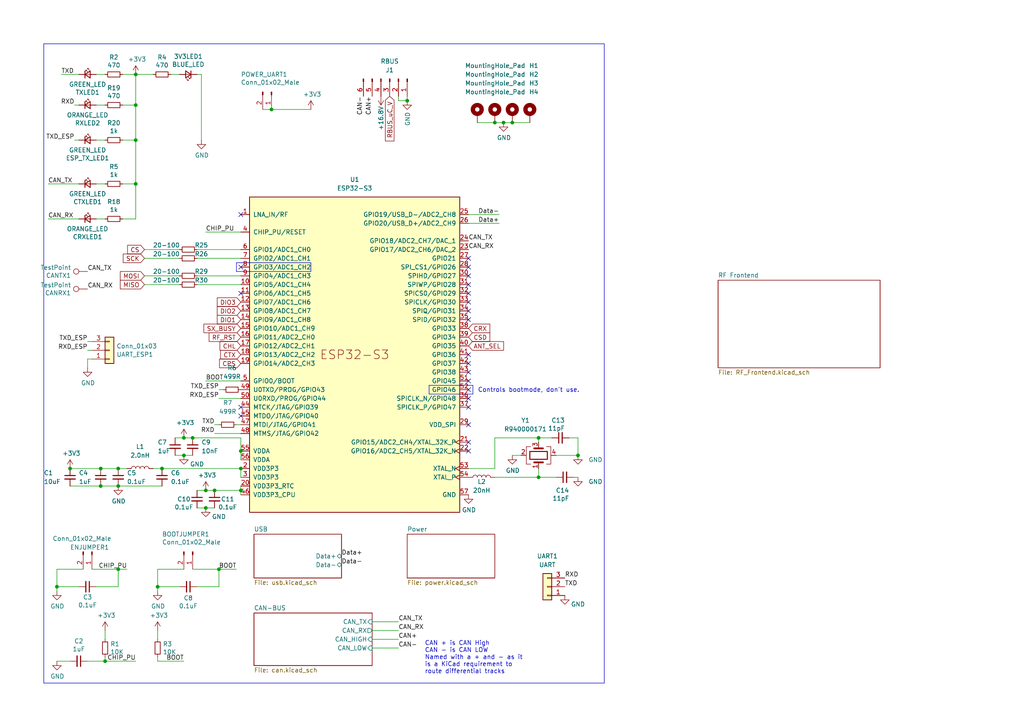
<source format=kicad_sch>
(kicad_sch (version 20250114) (generator "eeschema") (generator_version "9.0")
  (paper "A4")
  (lib_symbols
    (symbol "Connector:Conn_01x02_Male" (pin_names (offset 1.016) (hide yes))
      (property "Reference" "J" (at 0 2.54 0))
      (property "Value" "Conn_01x02_Male" (at 0 -5.08 0))
      (symbol "Conn_01x02_Male_1_1"
        (rectangle (start 0.8636 0.127) (end 0 -0.127) (stroke (width 0.1524)) (fill (type outline)))
        (rectangle (start 0.8636 -2.413) (end 0 -2.667) (stroke (width 0.1524)) (fill (type outline)))
        (polyline (pts (xy 1.27 0) (xy 0.8636 0)) (stroke (width 0.1524)))
        (polyline (pts (xy 1.27 -2.54) (xy 0.8636 -2.54)) (stroke (width 0.1524)))
        (pin passive line (at 5.08 0 180) (length 3.81) (name "Pin_1") (number "1"))
        (pin passive line (at 5.08 -2.54 180) (length 3.81) (name "Pin_2") (number "2"))
      )
    )
    (symbol "Connector:Conn_01x06_Male" (pin_names (offset 1.016) (hide yes))
      (property "Reference" "J" (at 0 7.62 0))
      (property "Value" "Conn_01x06_Male" (at 0 -10.16 0))
      (symbol "Conn_01x06_Male_1_1"
        (rectangle (start 0.8636 5.207) (end 0 4.953) (stroke (width 0.1524)) (fill (type outline)))
        (rectangle (start 0.8636 2.667) (end 0 2.413) (stroke (width 0.1524)) (fill (type outline)))
        (rectangle (start 0.8636 0.127) (end 0 -0.127) (stroke (width 0.1524)) (fill (type outline)))
        (rectangle (start 0.8636 -2.413) (end 0 -2.667) (stroke (width 0.1524)) (fill (type outline)))
        (rectangle (start 0.8636 -4.953) (end 0 -5.207) (stroke (width 0.1524)) (fill (type outline)))
        (rectangle (start 0.8636 -7.493) (end 0 -7.747) (stroke (width 0.1524)) (fill (type outline)))
        (polyline (pts (xy 1.27 5.08) (xy 0.8636 5.08)) (stroke (width 0.1524)))
        (polyline (pts (xy 1.27 2.54) (xy 0.8636 2.54)) (stroke (width 0.1524)))
        (polyline (pts (xy 1.27 0) (xy 0.8636 0)) (stroke (width 0.1524)))
        (polyline (pts (xy 1.27 -2.54) (xy 0.8636 -2.54)) (stroke (width 0.1524)))
        (polyline (pts (xy 1.27 -5.08) (xy 0.8636 -5.08)) (stroke (width 0.1524)))
        (polyline (pts (xy 1.27 -7.62) (xy 0.8636 -7.62)) (stroke (width 0.1524)))
        (pin passive line (at 5.08 5.08 180) (length 3.81) (name "Pin_1") (number "1"))
        (pin passive line (at 5.08 2.54 180) (length 3.81) (name "Pin_2") (number "2"))
        (pin passive line (at 5.08 0 180) (length 3.81) (name "Pin_3") (number "3"))
        (pin passive line (at 5.08 -2.54 180) (length 3.81) (name "Pin_4") (number "4"))
        (pin passive line (at 5.08 -5.08 180) (length 3.81) (name "Pin_5") (number "5"))
        (pin passive line (at 5.08 -7.62 180) (length 3.81) (name "Pin_6") (number "6"))
      )
    )
    (symbol "Connector:TestPoint" (pin_numbers (hide yes)) (pin_names (offset 0.762) (hide yes))
      (property "Reference" "TP" (at 0 6.858 0))
      (property "Value" "TestPoint" (at 0 5.08 0))
      (symbol "TestPoint_0_1"
        (circle (center 0 3.302) (radius 0.762))
      )
      (symbol "TestPoint_1_1"
        (pin passive line (at 0 0 90) (length 2.54) (name "1") (number "1"))
      )
    )
    (symbol "Connector_Generic:Conn_01x03" (pin_names (offset 1.016) (hide yes))
      (property "Reference" "J" (at 0 5.08 0))
      (property "Value" "Conn_01x03" (at 0 -5.08 0))
      (symbol "Conn_01x03_1_1"
        (rectangle (start -1.27 3.81) (end 1.27 -3.81) (stroke (width 0.254)) (fill (type background)))
        (rectangle (start -1.27 2.667) (end 0 2.413) (stroke (width 0.1524)))
        (rectangle (start -1.27 0.127) (end 0 -0.127) (stroke (width 0.1524)))
        (rectangle (start -1.27 -2.413) (end 0 -2.667) (stroke (width 0.1524)))
        (pin passive line (at -5.08 2.54 0) (length 3.81) (name "Pin_1") (number "1"))
        (pin passive line (at -5.08 0 0) (length 3.81) (name "Pin_2") (number "2"))
        (pin passive line (at -5.08 -2.54 0) (length 3.81) (name "Pin_3") (number "3"))
      )
    )
    (symbol "Device:C_Small" (pin_numbers (hide yes)) (pin_names (offset 0.254) (hide yes))
      (property "Reference" "C" (at 0.254 1.778 0))
      (property "Value" "C_Small" (at 0.254 -2.032 0))
      (symbol "C_Small_0_1"
        (polyline (pts (xy -1.524 0.508) (xy 1.524 0.508)) (stroke (width 0.3048)))
        (polyline (pts (xy -1.524 -0.508) (xy 1.524 -0.508)) (stroke (width 0.3302)))
      )
      (symbol "C_Small_1_1"
        (pin passive line (at 0 2.54 270) (length 2.032) (name "~") (number "1"))
        (pin passive line (at 0 -2.54 90) (length 2.032) (name "~") (number "2"))
      )
    )
    (symbol "Device:Crystal_GND24" (pin_names (offset 1.016) (hide yes))
      (property "Reference" "Y" (at 3.175 5.08 0))
      (property "Value" "Crystal_GND24" (at 3.175 3.175 0))
      (symbol "Crystal_GND24_0_1"
        (polyline (pts (xy -2.54 2.286) (xy -2.54 3.556) (xy 2.54 3.556) (xy 2.54 2.286)))
        (polyline (pts (xy -2.54 0) (xy -2.032 0)))
        (polyline (pts (xy -2.54 -2.286) (xy -2.54 -3.556) (xy 2.54 -3.556) (xy 2.54 -2.286)))
        (polyline (pts (xy -2.032 -1.27) (xy -2.032 1.27)) (stroke (width 0.508)))
        (rectangle (start -1.143 2.54) (end 1.143 -2.54) (stroke (width 0.3048)))
        (polyline (pts (xy 0 3.556) (xy 0 3.81)))
        (polyline (pts (xy 0 -3.81) (xy 0 -3.556)))
        (polyline (pts (xy 2.032 0) (xy 2.54 0)))
        (polyline (pts (xy 2.032 -1.27) (xy 2.032 1.27)) (stroke (width 0.508)))
      )
      (symbol "Crystal_GND24_1_1"
        (pin passive line (at -3.81 0 0) (length 1.27) (name "1") (number "1"))
        (pin passive line (at 0 5.08 270) (length 1.27) (name "2") (number "2"))
        (pin passive line (at 0 -5.08 90) (length 1.27) (name "4") (number "4"))
        (pin passive line (at 3.81 0 180) (length 1.27) (name "3") (number "3"))
      )
    )
    (symbol "Device:L" (pin_numbers (hide yes)) (pin_names (offset 1.016) (hide yes))
      (property "Reference" "L" (at -1.27 0 90))
      (property "Value" "L" (at 1.905 0 90))
      (symbol "L_0_1"
        (arc (start 0 2.54) (mid 0.6323 1.905) (end 0 1.27))
        (arc (start 0 1.27) (mid 0.6323 0.635) (end 0 0))
        (arc (start 0 0) (mid 0.6323 -0.635) (end 0 -1.27))
        (arc (start 0 -1.27) (mid 0.6323 -1.905) (end 0 -2.54))
      )
      (symbol "L_1_1"
        (pin passive line (at 0 3.81 270) (length 1.27) (name "1") (number "1"))
        (pin passive line (at 0 -3.81 90) (length 1.27) (name "2") (number "2"))
      )
    )
    (symbol "Device:LED_Small" (pin_numbers (hide yes)) (pin_names (offset 0.254) (hide yes))
      (property "Reference" "D" (at -1.27 3.175 0))
      (property "Value" "LED_Small" (at -4.445 -2.54 0))
      (symbol "LED_Small_0_1"
        (polyline (pts (xy -0.762 -1.016) (xy -0.762 1.016)) (stroke (width 0.254)))
        (polyline (pts (xy 0 0.762) (xy -0.508 1.27) (xy -0.254 1.27) (xy -0.508 1.27) (xy -0.508 1.016)))
        (polyline (pts (xy 0.508 1.27) (xy 0 1.778) (xy 0.254 1.778) (xy 0 1.778) (xy 0 1.524)))
        (polyline (pts (xy 0.762 -1.016) (xy -0.762 0) (xy 0.762 1.016) (xy 0.762 -1.016)) (stroke (width 0.254)))
        (polyline (pts (xy 1.016 0) (xy -0.762 0)))
      )
      (symbol "LED_Small_1_1"
        (pin passive line (at -2.54 0 0) (length 1.778) (name "K") (number "1"))
        (pin passive line (at 2.54 0 180) (length 1.778) (name "A") (number "2"))
      )
    )
    (symbol "Device:R_Small" (pin_numbers (hide yes)) (pin_names (offset 0.254) (hide yes))
      (property "Reference" "R" (at 0.762 0.508 0))
      (property "Value" "R_Small" (at 0.762 -1.016 0))
      (symbol "R_Small_0_1"
        (rectangle (start -0.762 1.778) (end 0.762 -1.778) (stroke (width 0.2032)))
      )
      (symbol "R_Small_1_1"
        (pin passive line (at 0 2.54 270) (length 0.762) (name "~") (number "1"))
        (pin passive line (at 0 -2.54 90) (length 0.762) (name "~") (number "2"))
      )
    )
    (symbol "Espressif:ESP32-S3" (pin_names (offset 1.016))
      (property "Reference" "U" (at 0 48.26 0))
      (property "Value" "ESP32-S3" (at 0 -48.26 0))
      (symbol "ESP32-S3_0_0"
        (text "ESP32-S3" (at 0 0 0) (effects (font (size 2.54 2.54))))
        (pin bidirectional line (at 33.02 -12.7 180) (length 2.54) (name "SPICLK_N/GPIO48") (number "36"))
        (pin bidirectional line (at 33.02 -15.24 180) (length 2.54) (name "SPICLK_P/GPIO47") (number "37"))
      )
      (symbol "ESP32-S3_0_1"
        (rectangle (start -30.48 45.72) (end 30.48 -45.72) (stroke (width 0.254)) (fill (type background)))
      )
      (symbol "ESP32-S3_1_1"
        (pin bidirectional line (at -33.02 40.64 0) (length 2.54) (name "LNA_IN/RF") (number "1"))
        (pin input line (at -33.02 35.56 0) (length 2.54) (name "CHIP_PU/RESET") (number "4"))
        (pin bidirectional line (at -33.02 30.48 0) (length 2.54) (name "GPIO1/ADC1_CH0") (number "6"))
        (pin bidirectional line (at -33.02 27.94 0) (length 2.54) (name "GPIO2/ADC1_CH1") (number "7"))
        (pin bidirectional line (at -33.02 25.4 0) (length 2.54) (name "GPIO3/ADC1_CH2") (number "8"))
        (pin bidirectional line (at -33.02 22.86 0) (length 2.54) (name "GPIO4/ADC1_CH3") (number "9"))
        (pin bidirectional line (at -33.02 20.32 0) (length 2.54) (name "GPIO5/ADC1_CH4") (number "10"))
        (pin bidirectional line (at -33.02 17.78 0) (length 2.54) (name "GPIO6/ADC1_CH5") (number "11"))
        (pin bidirectional line (at -33.02 15.24 0) (length 2.54) (name "GPIO7/ADC1_CH6") (number "12"))
        (pin bidirectional line (at -33.02 12.7 0) (length 2.54) (name "GPIO8/ADC1_CH7") (number "13"))
        (pin bidirectional line (at -33.02 10.16 0) (length 2.54) (name "GPIO9/ADC1_CH8") (number "14"))
        (pin bidirectional line (at -33.02 7.62 0) (length 2.54) (name "GPIO10/ADC1_CH9") (number "15"))
        (pin bidirectional line (at -33.02 5.08 0) (length 2.54) (name "GPIO11/ADC2_CH0") (number "16"))
        (pin bidirectional line (at -33.02 2.54 0) (length 2.54) (name "GPIO12/ADC2_CH1") (number "17"))
        (pin bidirectional line (at -33.02 0 0) (length 2.54) (name "GPIO13/ADC2_CH2") (number "18"))
        (pin bidirectional line (at -33.02 -2.54 0) (length 2.54) (name "GPIO14/ADC2_CH3") (number "19"))
        (pin bidirectional line (at -33.02 -7.62 0) (length 2.54) (name "GPIO0/BOOT") (number "5"))
        (pin bidirectional line (at -33.02 -10.16 0) (length 2.54) (name "U0TXD/PROG/GPIO43") (number "49"))
        (pin bidirectional line (at -33.02 -12.7 0) (length 2.54) (name "U0RXD/PROG/GPIO44") (number "50"))
        (pin bidirectional line (at -33.02 -15.24 0) (length 2.54) (name "MTCK/JTAG/GPIO39") (number "44"))
        (pin bidirectional line (at -33.02 -17.78 0) (length 2.54) (name "MTDO/JTAG/GPIO40") (number "45"))
        (pin bidirectional line (at -33.02 -20.32 0) (length 2.54) (name "MTDI/JTAG/GPIO41") (number "47"))
        (pin bidirectional line (at -33.02 -22.86 0) (length 2.54) (name "MTMS/JTAG/GPIO42") (number "48"))
        (pin power_in line (at -33.02 -27.94 0) (length 2.54) (name "VDDA") (number "55"))
        (pin power_in line (at -33.02 -30.48 0) (length 2.54) (name "VDDA") (number "56"))
        (pin power_in line (at -33.02 -33.02 0) (length 2.54) (name "VDD3P3") (number "2"))
        (pin power_in line (at -33.02 -35.56 0) (length 2.54) (name "VDD3P3") (number "3"))
        (pin power_in line (at -33.02 -38.1 0) (length 2.54) (name "VDD3P3_RTC") (number "20"))
        (pin power_in line (at -33.02 -40.64 0) (length 2.54) (name "VDD3P3_CPU") (number "46"))
        (pin bidirectional line (at 33.02 40.64 180) (length 2.54) (name "GPIO19/USB_D-/ADC2_CH8") (number "25"))
        (pin bidirectional line (at 33.02 38.1 180) (length 2.54) (name "GPIO20/USB_D+/ADC2_CH9") (number "26"))
        (pin bidirectional line (at 33.02 33.02 180) (length 2.54) (name "GPIO18/ADC2_CH7/DAC_1") (number "24"))
        (pin bidirectional line (at 33.02 30.48 180) (length 2.54) (name "GPIO17/ADC2_CH6/DAC_2") (number "23"))
        (pin bidirectional line (at 33.02 27.94 180) (length 2.54) (name "GPIO21") (number "27"))
        (pin bidirectional line (at 33.02 25.4 180) (length 2.54) (name "SPI_CS1/GPIO26") (number "28"))
        (pin bidirectional line (at 33.02 22.86 180) (length 2.54) (name "SPIHD/GPIO27") (number "30"))
        (pin bidirectional line (at 33.02 20.32 180) (length 2.54) (name "SPIWP/GPIO28") (number "31"))
        (pin bidirectional line (at 33.02 17.78 180) (length 2.54) (name "SPICS0/GPIO29") (number "32"))
        (pin bidirectional line (at 33.02 15.24 180) (length 2.54) (name "SPICLK/GPIO30") (number "33"))
        (pin bidirectional line (at 33.02 12.7 180) (length 2.54) (name "SPIQ/GPIO31") (number "34"))
        (pin bidirectional line (at 33.02 10.16 180) (length 2.54) (name "SPID/GPIO32") (number "35"))
        (pin bidirectional line (at 33.02 7.62 180) (length 2.54) (name "GPIO33") (number "38"))
        (pin bidirectional line (at 33.02 5.08 180) (length 2.54) (name "GPIO34") (number "39"))
        (pin bidirectional line (at 33.02 2.54 180) (length 2.54) (name "GPIO35") (number "40"))
        (pin bidirectional line (at 33.02 0 180) (length 2.54) (name "GPIO36") (number "41"))
        (pin bidirectional line (at 33.02 -2.54 180) (length 2.54) (name "GPIO37") (number "42"))
        (pin bidirectional line (at 33.02 -5.08 180) (length 2.54) (name "GPIO38") (number "43"))
        (pin bidirectional line (at 33.02 -7.62 180) (length 2.54) (name "GPIO45") (number "51"))
        (pin bidirectional line (at 33.02 -10.16 180) (length 2.54) (name "GPIO46") (number "52"))
        (pin power_out line (at 33.02 -20.32 180) (length 2.54) (name "VDD_SPI") (number "29"))
        (pin input clock (at 33.02 -25.4 180) (length 2.54) (name "GPIO15/ADC2_CH4/XTAL_32K_P") (number "21"))
        (pin output clock (at 33.02 -27.94 180) (length 2.54) (name "GPIO16/ADC2_CH5/XTAL_32K_N") (number "22"))
        (pin input clock (at 33.02 -33.02 180) (length 2.54) (name "XTAL_N") (number "53"))
        (pin output clock (at 33.02 -35.56 180) (length 2.54) (name "XTAL_P") (number "54"))
        (pin power_in line (at 33.02 -40.64 180) (length 2.54) (name "GND") (number "57"))
      )
    )
    (symbol "Mechanical:MountingHole_Pad" (pin_numbers (hide yes)) (pin_names (offset 1.016) (hide yes))
      (property "Reference" "H" (at 0 6.35 0))
      (property "Value" "MountingHole_Pad" (at 0 4.445 0))
      (symbol "MountingHole_Pad_0_1"
        (circle (center 0 1.27) (radius 1.27) (stroke (width 1.27)))
      )
      (symbol "MountingHole_Pad_1_1"
        (pin input line (at 0 -2.54 90) (length 2.54) (name "1") (number "1"))
      )
    )
    (symbol "power:+12V" (power) (pin_names (offset 0))
      (property "Value" "+12V" (at 0 3.556 0))
      (symbol "+12V_0_1"
        (polyline (pts (xy -0.762 1.27) (xy 0 2.54)))
        (polyline (pts (xy 0 2.54) (xy 0.762 1.27)))
        (polyline (pts (xy 0 0) (xy 0 2.54)))
      )
      (symbol "+12V_1_1"
        (pin power_in line (at 0 0 90) (length 0) (hide yes) (name "+12V") (number "1"))
      )
    )
    (symbol "power:+3.3V" (power) (pin_names (offset 0))
      (property "Value" "+3.3V" (at 0 3.556 0))
      (symbol "+3.3V_0_1"
        (polyline (pts (xy -0.762 1.27) (xy 0 2.54)))
        (polyline (pts (xy 0 2.54) (xy 0.762 1.27)))
        (polyline (pts (xy 0 0) (xy 0 2.54)))
      )
      (symbol "+3.3V_1_1"
        (pin power_in line (at 0 0 90) (length 0) (hide yes) (name "+3V3") (number "1"))
      )
    )
    (symbol "power:GND" (power) (pin_names (offset 0))
      (property "Value" "GND" (at 0 -3.81 0))
      (symbol "GND_0_1"
        (polyline (pts (xy 0 0) (xy 0 -1.27) (xy 1.27 -1.27) (xy 0 -2.54) (xy -1.27 -1.27) (xy 0 -1.27)))
      )
      (symbol "GND_1_1"
        (pin power_in line (at 0 0 270) (length 0) (hide yes) (name "GND") (number "1"))
      )
    )
  )
  (text "Controls bootmode, don't use.\n" (at 138.5894 113.9757 0) (effects (font (size 1.27 1.27)) (justify left bottom)))
  (text "CAN + is CAN High\nCAN - is CAN LOW\nNamed with a + and - as it\nis a KiCad requirement to\nroute differential tracks\n" (at 123.19 195.58 0) (effects (font (size 1.27 1.27)) (justify left bottom)))
  (junction (at 39.37 21.59))
  (junction (at 59.69 142.24))
  (junction (at 53.34 127))
  (junction (at 39.37 53.34))
  (junction (at 30.48 191.77))
  (junction (at 39.37 30.48))
  (junction (at 78.74 31.75))
  (junction (at 69.85 142.24))
  (junction (at 39.37 40.64))
  (junction (at 55.88 127))
  (junction (at 63.5 165.1))
  (junction (at 59.69 147.32))
  (junction (at 62.23 142.24))
  (junction (at 34.29 135.89))
  (junction (at 20.32 135.89))
  (junction (at 45.72 170.18))
  (junction (at 29.21 135.89))
  (junction (at 34.29 140.97))
  (junction (at 156.21 127))
  (junction (at 148.59 35.56))
  (junction (at 53.34 132.08))
  (junction (at 156.21 138.43))
  (junction (at 69.85 130.81))
  (junction (at 29.21 140.97))
  (junction (at 16.51 170.18))
  (junction (at 146.05 35.56))
  (junction (at 143.51 35.56))
  (junction (at 167.64 132.08))
  (junction (at 46.99 135.89))
  (junction (at 118.11 29.21))
  (junction (at 34.29 165.1))
  (junction (at 69.85 135.89))
  (no_connect (at 135.89 128.27))
  (no_connect (at 135.89 105.41))
  (no_connect (at 135.89 110.49))
  (no_connect (at 135.89 118.11))
  (no_connect (at 135.89 82.55))
  (no_connect (at 69.85 85.09))
  (no_connect (at 69.85 77.47))
  (no_connect (at 69.85 120.65))
  (no_connect (at 135.89 107.95))
  (no_connect (at 135.89 74.93))
  (no_connect (at 135.89 85.09))
  (no_connect (at 135.89 77.47))
  (no_connect (at 135.89 90.17))
  (no_connect (at 135.89 80.01))
  (no_connect (at 69.85 118.11))
  (no_connect (at 69.85 62.23))
  (no_connect (at 135.89 113.03))
  (no_connect (at 135.89 92.71))
  (no_connect (at 135.89 102.87))
  (no_connect (at 135.89 115.57))
  (no_connect (at 135.89 123.19))
  (no_connect (at 135.89 87.63))
  (no_connect (at 135.89 130.81))
  (wire (pts (xy 30.48 191.77) (xy 30.48 190.5)))
  (wire (pts (xy 135.89 62.23) (xy 144.78 62.23)))
  (wire (pts (xy 69.85 135.89) (xy 69.85 138.43)))
  (wire (pts (xy 25.4 104.14) (xy 25.4 106.68)))
  (polyline (pts (xy 90.17 78.74) (xy 68.58 78.74)))
  (wire (pts (xy 63.5 170.18) (xy 63.5 165.1)))
  (wire (pts (xy 68.58 123.19) (xy 69.85 123.19)))
  (polyline (pts (xy 68.58 76.2) (xy 68.58 78.74)))
  (wire (pts (xy 16.51 191.77) (xy 20.32 191.77)))
  (wire (pts (xy 107.95 180.34) (xy 115.57 180.34)))
  (wire (pts (xy 118.11 27.94) (xy 118.11 29.21)))
  (wire (pts (xy 160.02 127) (xy 156.21 127)))
  (wire (pts (xy 35.56 53.34) (xy 39.37 53.34)))
  (wire (pts (xy 45.72 165.1) (xy 53.34 165.1)))
  (wire (pts (xy 115.57 29.21) (xy 118.11 29.21)))
  (wire (pts (xy 58.42 21.59) (xy 57.15 21.59)))
  (wire (pts (xy 41.91 80.01) (xy 52.07 80.01)))
  (wire (pts (xy 29.21 135.89) (xy 34.29 135.89)))
  (wire (pts (xy 143.51 138.43) (xy 156.21 138.43)))
  (wire (pts (xy 59.69 110.49) (xy 69.85 110.49)))
  (polyline (pts (xy 12.7 12.7) (xy 12.7 198.12)))
  (wire (pts (xy 143.51 35.56) (xy 138.43 35.56)))
  (wire (pts (xy 41.91 72.39) (xy 52.07 72.39)))
  (wire (pts (xy 39.37 40.64) (xy 39.37 30.48)))
  (wire (pts (xy 16.51 170.18) (xy 16.51 171.45)))
  (wire (pts (xy 57.15 170.18) (xy 63.5 170.18)))
  (polyline (pts (xy 137.16 111.76) (xy 137.16 114.3)))
  (wire (pts (xy 68.58 165.1) (xy 63.5 165.1)))
  (wire (pts (xy 27.94 21.59) (xy 30.48 21.59)))
  (wire (pts (xy 16.51 165.1) (xy 16.51 170.18)))
  (wire (pts (xy 161.29 132.08) (xy 167.64 132.08)))
  (wire (pts (xy 30.48 182.88) (xy 30.48 185.42)))
  (wire (pts (xy 57.15 147.32) (xy 59.69 147.32)))
  (polyline (pts (xy 68.58 76.2) (xy 90.17 76.2)))
  (wire (pts (xy 34.29 135.89) (xy 36.83 135.89)))
  (wire (pts (xy 69.85 142.24) (xy 69.85 143.51)))
  (wire (pts (xy 62.23 142.24) (xy 69.85 142.24)))
  (wire (pts (xy 53.34 132.08) (xy 55.88 132.08)))
  (wire (pts (xy 143.51 135.89) (xy 143.51 127)))
  (wire (pts (xy 156.21 127) (xy 156.21 128.27)))
  (wire (pts (xy 34.29 165.1) (xy 36.83 165.1)))
  (wire (pts (xy 50.8 132.08) (xy 53.34 132.08)))
  (polyline (pts (xy 124.46 111.76) (xy 124.46 114.3)))
  (wire (pts (xy 35.56 63.5) (xy 39.37 63.5)))
  (wire (pts (xy 57.15 80.01) (xy 69.85 80.01)))
  (polyline (pts (xy 12.7 12.7) (xy 175.26 12.7)))
  (wire (pts (xy 39.37 53.34) (xy 39.37 63.5)))
  (wire (pts (xy 44.45 135.89) (xy 46.99 135.89)))
  (wire (pts (xy 27.94 40.64) (xy 30.48 40.64)))
  (wire (pts (xy 62.23 125.73) (xy 69.85 125.73)))
  (wire (pts (xy 69.85 130.81) (xy 69.85 133.35)))
  (wire (pts (xy 62.23 123.19) (xy 63.5 123.19)))
  (wire (pts (xy 39.37 53.34) (xy 39.37 40.64)))
  (wire (pts (xy 22.86 170.18) (xy 16.51 170.18)))
  (wire (pts (xy 27.94 63.5) (xy 30.48 63.5)))
  (wire (pts (xy 50.8 127) (xy 53.34 127)))
  (wire (pts (xy 17.78 21.59) (xy 22.86 21.59)))
  (wire (pts (xy 63.5 113.03) (xy 64.77 113.03)))
  (wire (pts (xy 13.97 53.34) (xy 22.86 53.34)))
  (wire (pts (xy 52.07 170.18) (xy 45.72 170.18)))
  (wire (pts (xy 57.15 74.93) (xy 69.85 74.93)))
  (wire (pts (xy 153.67 35.56) (xy 148.59 35.56)))
  (wire (pts (xy 29.21 140.97) (xy 34.29 140.97)))
  (wire (pts (xy 57.15 82.55) (xy 69.85 82.55)))
  (wire (pts (xy 35.56 21.59) (xy 39.37 21.59)))
  (wire (pts (xy 55.88 127) (xy 69.85 127)))
  (wire (pts (xy 107.95 187.96) (xy 115.57 187.96)))
  (wire (pts (xy 107.95 182.88) (xy 115.57 182.88)))
  (wire (pts (xy 69.85 127) (xy 69.85 130.81)))
  (wire (pts (xy 27.94 30.48) (xy 30.48 30.48)))
  (polyline (pts (xy 137.16 114.3) (xy 124.46 114.3)))
  (wire (pts (xy 55.88 165.1) (xy 63.5 165.1)))
  (wire (pts (xy 115.57 27.94) (xy 115.57 29.21)))
  (wire (pts (xy 25.4 191.77) (xy 30.48 191.77)))
  (wire (pts (xy 148.59 35.56) (xy 146.05 35.56)))
  (wire (pts (xy 135.89 135.89) (xy 143.51 135.89)))
  (wire (pts (xy 45.72 170.18) (xy 45.72 171.45)))
  (wire (pts (xy 45.72 191.77) (xy 45.72 190.5)))
  (wire (pts (xy 49.53 21.59) (xy 52.07 21.59)))
  (wire (pts (xy 148.59 132.08) (xy 151.13 132.08)))
  (wire (pts (xy 25.4 101.6) (xy 26.67 101.6)))
  (wire (pts (xy 58.42 21.59) (xy 58.42 40.64)))
  (wire (pts (xy 161.29 138.43) (xy 156.21 138.43)))
  (wire (pts (xy 39.37 30.48) (xy 39.37 21.59)))
  (wire (pts (xy 25.4 99.06) (xy 26.67 99.06)))
  (wire (pts (xy 35.56 40.64) (xy 39.37 40.64)))
  (wire (pts (xy 78.74 31.75) (xy 90.17 31.75)))
  (wire (pts (xy 76.2 31.75) (xy 78.74 31.75)))
  (wire (pts (xy 59.69 67.31) (xy 69.85 67.31)))
  (wire (pts (xy 41.91 82.55) (xy 52.07 82.55)))
  (wire (pts (xy 53.34 191.77) (xy 45.72 191.77)))
  (wire (pts (xy 156.21 135.89) (xy 156.21 138.43)))
  (wire (pts (xy 34.29 170.18) (xy 34.29 165.1)))
  (polyline (pts (xy 90.17 76.2) (xy 90.17 78.74)))
  (wire (pts (xy 143.51 127) (xy 156.21 127)))
  (wire (pts (xy 167.64 138.43) (xy 166.37 138.43)))
  (wire (pts (xy 20.32 135.89) (xy 29.21 135.89)))
  (wire (pts (xy 167.64 127) (xy 167.64 132.08)))
  (wire (pts (xy 13.97 63.5) (xy 22.86 63.5)))
  (wire (pts (xy 39.37 21.59) (xy 44.45 21.59)))
  (polyline (pts (xy 124.46 111.76) (xy 137.16 111.76)))
  (wire (pts (xy 59.69 147.32) (xy 62.23 147.32)))
  (wire (pts (xy 26.67 104.14) (xy 25.4 104.14)))
  (wire (pts (xy 63.5 115.57) (xy 69.85 115.57)))
  (wire (pts (xy 41.91 74.93) (xy 52.07 74.93)))
  (wire (pts (xy 30.48 191.77) (xy 39.37 191.77)))
  (wire (pts (xy 146.05 35.56) (xy 143.51 35.56)))
  (wire (pts (xy 107.95 185.42) (xy 115.57 185.42)))
  (wire (pts (xy 53.34 127) (xy 55.88 127)))
  (wire (pts (xy 46.99 135.89) (xy 69.85 135.89)))
  (polyline (pts (xy 175.26 12.7) (xy 175.26 198.12)))
  (wire (pts (xy 27.94 53.34) (xy 30.48 53.34)))
  (wire (pts (xy 34.29 140.97) (xy 46.99 140.97)))
  (wire (pts (xy 135.89 64.77) (xy 144.78 64.77)))
  (wire (pts (xy 35.56 30.48) (xy 39.37 30.48)))
  (wire (pts (xy 27.94 170.18) (xy 34.29 170.18)))
  (wire (pts (xy 45.72 165.1) (xy 45.72 170.18)))
  (wire (pts (xy 21.59 30.48) (xy 22.86 30.48)))
  (wire (pts (xy 59.69 142.24) (xy 62.23 142.24)))
  (wire (pts (xy 57.15 142.24) (xy 59.69 142.24)))
  (wire (pts (xy 57.15 72.39) (xy 69.85 72.39)))
  (wire (pts (xy 20.32 140.97) (xy 29.21 140.97)))
  (wire (pts (xy 69.85 142.24) (xy 69.85 140.97)))
  (wire (pts (xy 167.64 127) (xy 165.1 127)))
  (wire (pts (xy 26.67 165.1) (xy 34.29 165.1)))
  (wire (pts (xy 45.72 182.88) (xy 45.72 185.42)))
  (wire (pts (xy 16.51 165.1) (xy 24.13 165.1)))
  (wire (pts (xy 21.59 40.64) (xy 22.86 40.64)))
  (polyline (pts (xy 175.26 198.12) (xy 12.7 198.12)))
  (label "CAN_TX" (at 25.4 78.74 0))
  (label "CHIP_PU" (at 36.83 165.1 180))
  (label "RXD" (at 21.59 30.48 180))
  (label "CAN+" (at 115.57 185.42 0))
  (label "Data+" (at 99.06 161.29 0) (property "Netclass" "USB" (effects (hide yes))))
  (label "TXD" (at 163.83 170.18 0))
  (label "RXD_ESP" (at 63.5 115.57 180))
  (label "TXD_ESP" (at 21.59 40.64 180))
  (label "RXD" (at 163.83 167.64 0))
  (label "Data-" (at 99.06 163.83 0) (property "Netclass" "USB" (effects (hide yes))))
  (label "BOOT" (at 53.34 191.77 180))
  (label "CAN_RX" (at 13.97 63.5 0))
  (label "CAN-" (at 105.41 27.94 270))
  (label "CAN+" (at 107.95 27.94 270))
  (label "CAN_TX" (at 115.57 180.34 0))
  (label "BOOT" (at 68.58 165.1 180))
  (label "TXD_ESP" (at 63.5 113.03 180))
  (label "RXD" (at 62.23 125.73 180))
  (label "BOOT" (at 59.69 110.49 0))
  (label "TXD" (at 62.23 123.19 180))
  (label "CAN_TX" (at 13.97 53.34 0))
  (label "CHIP_PU" (at 59.69 67.31 0))
  (label "CAN_RX" (at 135.89 72.39 0))
  (label "RXD_ESP" (at 25.4 101.6 180))
  (label "CAN_RX" (at 25.4 83.82 0))
  (label "CAN_RX" (at 115.57 182.88 0))
  (label "Data+" (at 144.78 64.77 180))
  (label "Data-" (at 144.78 62.23 180))
  (label "CAN-" (at 115.57 187.96 0))
  (label "TXD_ESP" (at 25.4 99.06 180))
  (label "TXD" (at 17.78 21.59 0))
  (label "CHIP_PU" (at 39.37 191.77 180))
  (label "CAN_TX" (at 135.89 69.85 0))
  (global_label "SCK" (shape input) (at 41.91 74.93 180) (property "Intersheetrefs" "${INTERSHEET_REFS}" (effects (hide yes))))
  (global_label "CTX" (shape input) (at 69.85 102.87 180) (property "Intersheetrefs" "${INTERSHEET_REFS}" (effects (hide yes))))
  (global_label "SX_BUSY" (shape input) (at 69.85 95.25 180) (property "Intersheetrefs" "${INTERSHEET_REFS}" (effects (hide yes))))
  (global_label "RF_RST" (shape input) (at 69.85 97.79 180) (property "Intersheetrefs" "${INTERSHEET_REFS}" (effects (hide yes))))
  (global_label "DIO1" (shape input) (at 69.85 92.71 180) (property "Intersheetrefs" "${INTERSHEET_REFS}" (effects (hide yes))))
  (global_label "DIO3" (shape input) (at 69.85 87.63 180) (property "Intersheetrefs" "${INTERSHEET_REFS}" (effects (hide yes))))
  (global_label "DIO2" (shape input) (at 69.85 90.17 180) (property "Intersheetrefs" "${INTERSHEET_REFS}" (effects (hide yes))))
  (global_label "ANT_SEL" (shape input) (at 135.89 100.33 0) (property "Intersheetrefs" "${INTERSHEET_REFS}" (effects (hide yes))))
  (global_label "CPS" (shape input) (at 69.85 105.41 180) (property "Intersheetrefs" "${INTERSHEET_REFS}" (effects (hide yes))))
  (global_label "MOSI" (shape input) (at 41.91 80.01 180) (property "Intersheetrefs" "${INTERSHEET_REFS}" (effects (hide yes))))
  (global_label "CHL" (shape input) (at 69.85 100.33 180) (property "Intersheetrefs" "${INTERSHEET_REFS}" (effects (hide yes))))
  (global_label "CRX" (shape input) (at 135.89 95.25 0) (property "Intersheetrefs" "${INTERSHEET_REFS}" (effects (hide yes))))
  (global_label "MISO" (shape input) (at 41.91 82.55 180) (property "Intersheetrefs" "${INTERSHEET_REFS}" (effects (hide yes))))
  (global_label "CS" (shape input) (at 41.91 72.39 180) (property "Intersheetrefs" "${INTERSHEET_REFS}" (effects (hide yes))))
  (global_label "RBUS_uC_V" (shape input) (at 113.03 27.94 270) (property "Intersheetrefs" "${INTERSHEET_REFS}" (effects (hide yes))))
  (global_label "CSD" (shape input) (at 135.89 97.79 0) (property "Intersheetrefs" "${INTERSHEET_REFS}" (effects (hide yes))))
  (symbol (lib_id "power:+3.3V") (at 30.48 182.88 0) (unit 1)
    (property "Reference" "#PWR04" (effects (hide yes)))
    (property "Value" "+3V3" (at 30.861 178.4858 0))
  )
  (symbol (lib_id "Device:R_Small") (at 30.48 187.96 0) (unit 1)
    (property "Reference" "R1" (at 31.9786 186.7916 0) (effects (justify left)))
    (property "Value" "10K" (at 31.9786 189.103 0) (effects (justify left)))
    (property "Footprint" "Resistor_SMD:R_0402_1005Metric" (effects (hide yes)))
  )
  (symbol (lib_id "Device:C_Small") (at 22.86 191.77 270) (unit 1)
    (property "Reference" "C2" (at 22.86 185.9534 90))
    (property "Value" "1uF" (at 22.86 188.2648 90))
    (property "Footprint" "Capacitor_SMD:C_0402_1005Metric" (effects (hide yes)))
  )
  (symbol (lib_id "power:GND") (at 16.51 191.77 0) (unit 1)
    (property "Reference" "#PWR02" (effects (hide yes)))
    (property "Value" "GND" (at 16.637 196.1642 0))
  )
  (symbol (lib_id "power:+3.3V") (at 45.72 182.88 0) (unit 1)
    (property "Reference" "#PWR08" (effects (hide yes)))
    (property "Value" "+3V3" (at 46.101 178.4858 0))
  )
  (symbol (lib_id "Device:R_Small") (at 45.72 187.96 0) (unit 1)
    (property "Reference" "R3" (at 47.2186 186.7916 0) (effects (justify left)))
    (property "Value" "10K" (at 47.2186 189.103 0) (effects (justify left)))
    (property "Footprint" "Resistor_SMD:R_0402_1005Metric" (effects (hide yes)))
  )
  (symbol (lib_id "power:GND") (at 45.72 171.45 0) (unit 1)
    (property "Reference" "#PWR07" (effects (hide yes)))
    (property "Value" "GND" (at 45.847 175.8442 0))
  )
  (symbol (lib_id "Device:C_Small") (at 54.61 170.18 270) (unit 1)
    (property "Reference" "C8" (at 54.61 173.4566 90))
    (property "Value" "0.1uF" (at 54.61 175.768 90))
    (property "Footprint" "Capacitor_SMD:C_0402_1005Metric" (effects (hide yes)))
  )
  (symbol (lib_id "power:GND") (at 16.51 171.45 0) (unit 1)
    (property "Reference" "#PWR01" (effects (hide yes)))
    (property "Value" "GND" (at 16.637 175.8442 0))
  )
  (symbol (lib_id "Device:C_Small") (at 25.4 170.18 270) (unit 1)
    (property "Reference" "C3" (at 25.4 173.2026 90))
    (property "Value" "0.1uF" (at 25.4 175.514 90))
    (property "Footprint" "Capacitor_SMD:C_0402_1005Metric" (effects (hide yes)))
  )
  (symbol (lib_id "Device:LED_Small") (at 25.4 21.59 0) (unit 1)
    (property "Reference" "TXLED1" (at 25.4 26.797 0))
    (property "Value" "GREEN_LED" (at 25.4 24.4856 0))
    (property "Footprint" "Diode_SMD:D_0402_1005Metric" (effects (hide yes)))
  )
  (symbol (lib_id "Device:R_Small") (at 33.02 21.59 270) (unit 1)
    (property "Reference" "R2" (at 33.02 16.6116 90))
    (property "Value" "470" (at 33.02 18.923 90))
    (property "Footprint" "Resistor_SMD:R_0402_1005Metric" (effects (hide yes)))
  )
  (symbol (lib_id "power:GND") (at 58.42 40.64 0) (unit 1)
    (property "Reference" "#PWR012" (effects (hide yes)))
    (property "Value" "GND" (at 58.547 45.0342 0))
  )
  (symbol (lib_id "power:+3.3V") (at 39.37 21.59 0) (unit 1)
    (property "Reference" "#PWR06" (effects (hide yes)))
    (property "Value" "+3V3" (at 39.751 17.1958 0))
  )
  (symbol (lib_id "Device:LED_Small") (at 54.61 21.59 180) (unit 1)
    (property "Reference" "3V3LED1" (at 54.61 16.383 0))
    (property "Value" "BLUE_LED" (at 54.61 18.6944 0))
    (property "Footprint" "Diode_SMD:D_0402_1005Metric" (effects (hide yes)))
  )
  (symbol (lib_id "Device:R_Small") (at 46.99 21.59 270) (unit 1)
    (property "Reference" "R4" (at 46.99 16.6116 90))
    (property "Value" "470" (at 46.99 18.923 90))
    (property "Footprint" "Resistor_SMD:R_0402_1005Metric" (effects (hide yes)))
  )
  (symbol (lib_id "Connector:Conn_01x02_Male") (at 26.67 160.02 270) (unit 1)
    (property "Reference" "ENJUMPER1" (at 20.32 158.75 90) (effects (justify left)))
    (property "Value" "Conn_01x02_Male" (at 15.24 156.21 90) (effects (justify left)))
    (property "Footprint" "Connector_PinHeader_2.54mm:PinHeader_1x02_P2.54mm_Vertical" (effects (hide yes)))
  )
  (symbol (lib_id "Connector:Conn_01x02_Male") (at 55.88 160.02 270) (unit 1)
    (property "Reference" "BOOTJUMPER1" (at 46.99 154.94 90) (effects (justify left)))
    (property "Value" "Conn_01x02_Male" (at 46.99 157.2514 90) (effects (justify left)))
    (property "Footprint" "Connector_PinHeader_2.54mm:PinHeader_1x02_P2.54mm_Vertical" (effects (hide yes)))
  )
  (symbol (lib_id "power:GND") (at 118.11 29.21 0) (unit 1)
    (property "Reference" "#PWR018" (effects (hide yes)))
    (property "Value" "GND" (at 118.237 32.4612 90) (effects (justify right)))
  )
  (symbol (lib_id "Connector:Conn_01x06_Male") (at 113.03 22.86 270) (unit 1)
    (property "Reference" "J1" (at 113.03 20.32 90))
    (property "Value" "RBUS" (at 113.03 17.78 90))
    (property "Footprint" "Connector_Molex:Molex_Mini-Fit_Jr_5566-06A_2x03_P4.20mm_Vertical" (effects (hide yes)))
  )
  (symbol (lib_id "Device:LED_Small") (at 25.4 53.34 0) (unit 1)
    (property "Reference" "CTXLED1" (at 25.4 58.547 0))
    (property "Value" "GREEN_LED" (at 25.4 56.2356 0))
    (property "Footprint" "Diode_SMD:D_0402_1005Metric" (effects (hide yes)))
  )
  (symbol (lib_id "Connector:TestPoint") (at 25.4 78.74 90) (unit 1)
    (property "Reference" "CANTX1" (at 20.6248 79.9084 90) (effects (justify left)))
    (property "Value" "TestPoint" (at 20.6248 77.597 90) (effects (justify left)))
    (property "Footprint" "TestPoint:TestPoint_Pad_D1.0mm" (effects (hide yes)))
  )
  (symbol (lib_id "power:GND") (at 167.64 132.08 0) (unit 1)
    (property "Reference" "#PWR021" (effects (hide yes)))
    (property "Value" "GND" (at 172.72 133.35 0))
  )
  (symbol (lib_id "power:GND") (at 34.29 140.97 0) (unit 1)
    (property "Reference" "#PWR05" (effects (hide yes)))
    (property "Value" "GND" (at 34.417 145.3642 0))
  )
  (symbol (lib_id "Device:R_Small") (at 66.04 123.19 90) (unit 1)
    (property "Reference" "R7" (at 66.04 116.84 90))
    (property "Value" "499R" (at 66.04 119.38 90))
    (property "Footprint" "Resistor_SMD:R_0402_1005Metric" (effects (hide yes)))
  )
  (symbol (lib_id "Device:C_Small") (at 55.88 129.54 0) (unit 1)
    (property "Reference" "C9" (at 58.42 128.2762 0) (effects (justify left)))
    (property "Value" "10nF" (at 58.42 130.8162 0) (effects (justify left)))
    (property "Footprint" "Capacitor_SMD:C_0402_1005Metric" (effects (hide yes)))
  )
  (symbol (lib_id "Device:LED_Small") (at 25.4 40.64 0) (unit 1)
    (property "Reference" "ESP_TX_LED1" (at 25.4 45.847 0))
    (property "Value" "GREEN_LED" (at 25.4 43.5356 0))
    (property "Footprint" "Diode_SMD:D_0402_1005Metric" (effects (hide yes)))
  )
  (symbol (lib_id "power:+3.3V") (at 53.34 127 0) (unit 1)
    (property "Reference" "#PWR010" (effects (hide yes)))
    (property "Value" "+3V3" (at 53.721 122.6058 0))
  )
  (symbol (lib_id "Device:R_Small") (at 33.02 40.64 270) (unit 1)
    (property "Reference" "R20" (at 33.02 35.6616 90))
    (property "Value" "1k" (at 33.02 37.973 90))
    (property "Footprint" "Resistor_SMD:R_0402_1005Metric" (effects (hide yes)))
  )
  (symbol (lib_id "Mechanical:MountingHole_Pad") (at 143.51 33.02 0) (unit 1)
    (property "Reference" "H2" (at 156.21 21.59 0) (effects (justify right)))
    (property "Value" "MountingHole_Pad" (at 152.4 24.13 0) (effects (justify right)))
    (property "Footprint" "MountingHole:MountingHole_3.2mm_M3_DIN965_Pad" (effects (hide yes)))
  )
  (symbol (lib_id "Device:R_Small") (at 54.61 80.01 90) (mirror x) (unit 1)
    (property "Reference" "R29" (at 58.42 78.74 90))
    (property "Value" "20-100" (at 48.26 78.74 90))
    (property "Footprint" "Resistor_SMD:R_0402_1005Metric" (effects (hide yes)))
  )
  (symbol (lib_id "Device:C_Small") (at 50.8 129.54 0) (unit 1)
    (property "Reference" "C7" (at 45.72 128.27 0) (effects (justify left)))
    (property "Value" "1uF" (at 45.72 130.81 0) (effects (justify left)))
    (property "Footprint" "Capacitor_SMD:C_0402_1005Metric" (effects (hide yes)))
  )
  (symbol (lib_id "Mechanical:MountingHole_Pad") (at 153.67 33.02 0) (unit 1)
    (property "Reference" "H4" (at 156.21 26.67 0) (effects (justify right)))
    (property "Value" "MountingHole_Pad" (at 152.4 19.05 0) (effects (justify right)))
    (property "Footprint" "MountingHole:MountingHole_3.2mm_M3_DIN965_Pad" (effects (hide yes)))
  )
  (symbol (lib_id "power:GND") (at 59.69 147.32 0) (unit 1)
    (property "Reference" "#PWR014" (effects (hide yes)))
    (property "Value" "GND" (at 63.5 149.86 0))
  )
  (symbol (lib_id "Device:LED_Small") (at 25.4 30.48 0) (unit 1)
    (property "Reference" "RXLED2" (at 25.4 35.687 0))
    (property "Value" "ORANGE_LED" (at 25.4 33.3756 0))
    (property "Footprint" "Diode_SMD:D_0402_1005Metric" (effects (hide yes)))
  )
  (symbol (lib_id "Device:R_Small") (at 33.02 30.48 270) (unit 1)
    (property "Reference" "R19" (at 33.02 25.5016 90))
    (property "Value" "470" (at 33.02 27.813 90))
    (property "Footprint" "Resistor_SMD:R_0402_1005Metric" (effects (hide yes)))
  )
  (symbol (lib_id "power:+12V") (at 110.49 27.94 180) (unit 1)
    (property "Reference" "#PWR017" (effects (hide yes)))
    (property "Value" "+16.8V" (at 110.49 34.29 90))
  )
  (symbol (lib_id "Device:R_Small") (at 33.02 63.5 270) (unit 1)
    (property "Reference" "R18" (at 33.02 58.5216 90))
    (property "Value" "1k" (at 33.02 60.833 90))
    (property "Footprint" "Resistor_SMD:R_0402_1005Metric" (effects (hide yes)))
  )
  (symbol (lib_id "Device:LED_Small") (at 25.4 63.5 0) (unit 1)
    (property "Reference" "CRXLED1" (at 25.4 68.707 0))
    (property "Value" "ORANGE_LED" (at 25.4 66.3956 0))
    (property "Footprint" "Diode_SMD:D_0402_1005Metric" (effects (hide yes)))
  )
  (symbol (lib_id "Connector_Generic:Conn_01x03") (at 31.75 101.6 0) (mirror x) (unit 1)
    (property "Reference" "UART_ESP1" (at 33.782 102.8122 0) (effects (justify left)))
    (property "Value" "Conn_01x03" (at 33.782 100.3879 0) (effects (justify left)))
    (property "Footprint" "Connector_PinHeader_2.54mm:PinHeader_1x03_P2.54mm_Vertical" (effects (hide yes)))
    (property "Description" "Generic connector, single row, 01x03, script generated (kicad-library-utils/schlib/autogen/connector/)" (effects (hide yes)))
  )
  (symbol (lib_id "Device:C_Small") (at 20.32 138.43 0) (unit 1)
    (property "Reference" "C1" (at 12.7 137.16 0) (effects (justify left)))
    (property "Value" "10uF" (at 12.7 139.7 0) (effects (justify left)))
    (property "Footprint" "Capacitor_SMD:C_0402_1005Metric" (effects (hide yes)))
  )
  (symbol (lib_id "Device:C_Small") (at 57.15 144.78 0) (unit 1)
    (property "Reference" "C10" (at 53.34 144.78 0))
    (property "Value" "0.1uF" (at 53.34 147.0914 0))
    (property "Footprint" "Capacitor_SMD:C_0402_1005Metric" (effects (hide yes)))
  )
  (symbol (lib_id "Device:C_Small") (at 163.83 138.43 90) (unit 1)
    (property "Reference" "C14" (at 165.1 142.24 90) (effects (justify left)))
    (property "Value" "11pF" (at 165.1 144.5514 90) (effects (justify left)))
    (property "Footprint" "Capacitor_SMD:C_0402_1005Metric" (effects (hide yes)))
  )
  (symbol (lib_id "power:GND") (at 167.64 138.43 0) (unit 1)
    (property "Reference" "#PWR022" (effects (hide yes)))
    (property "Value" "GND" (at 172.72 139.7 0))
  )
  (symbol (lib_id "Device:C_Small") (at 34.29 138.43 0) (unit 1)
    (property "Reference" "C5" (at 36.83 137.1662 0) (effects (justify left)))
    (property "Value" "0.1uF" (at 36.83 139.7062 0) (effects (justify left)))
    (property "Footprint" "Capacitor_SMD:C_0402_1005Metric" (effects (hide yes)))
  )
  (symbol (lib_id "power:+3.3V") (at 90.17 31.75 0) (unit 1)
    (property "Reference" "#PWR052" (effects (hide yes)))
    (property "Value" "+3V3" (at 90.551 27.3558 0))
  )
  (symbol (lib_id "power:GND") (at 53.34 132.08 0) (unit 1)
    (property "Reference" "#PWR011" (effects (hide yes)))
    (property "Value" "GND" (at 57.15 134.62 0))
  )
  (symbol (lib_id "Device:R_Small") (at 54.61 72.39 90) (mirror x) (unit 1)
    (property "Reference" "R25" (at 58.42 71.12 90))
    (property "Value" "20-100" (at 48.26 71.12 90))
    (property "Footprint" "Resistor_SMD:R_0402_1005Metric" (effects (hide yes)))
  )
  (symbol (lib_id "Mechanical:MountingHole_Pad") (at 138.43 33.02 0) (unit 1)
    (property "Reference" "H1" (at 156.21 19.05 0) (effects (justify right)))
    (property "Value" "MountingHole_Pad" (at 152.4 26.67 0) (effects (justify right)))
    (property "Footprint" "MountingHole:MountingHole_3.2mm_M3_DIN965_Pad" (effects (hide yes)))
  )
  (symbol (lib_id "Device:R_Small") (at 33.02 53.34 270) (unit 1)
    (property "Reference" "R5" (at 33.02 48.3616 90))
    (property "Value" "1k" (at 33.02 50.673 90))
    (property "Footprint" "Resistor_SMD:R_0402_1005Metric" (effects (hide yes)))
  )
  (symbol (lib_id "Device:C_Small") (at 62.23 144.78 0) (unit 1)
    (property "Reference" "C11" (at 66.04 144.78 0))
    (property "Value" "0.1uF" (at 66.04 147.0914 0))
    (property "Footprint" "Capacitor_SMD:C_0402_1005Metric" (effects (hide yes)))
  )
  (symbol (lib_id "Device:R_Small") (at 54.61 74.93 90) (mirror x) (unit 1)
    (property "Reference" "R26" (at 58.42 73.66 90))
    (property "Value" "20-100" (at 48.26 73.66 90))
    (property "Footprint" "Resistor_SMD:R_0402_1005Metric" (effects (hide yes)))
  )
  (symbol (lib_id "Device:R_Small") (at 54.61 82.55 90) (mirror x) (unit 1)
    (property "Reference" "R30" (at 58.42 81.28 90))
    (property "Value" "20-100" (at 48.26 81.28 90))
    (property "Footprint" "Resistor_SMD:R_0402_1005Metric" (effects (hide yes)))
  )
  (symbol (lib_id "Device:C_Small") (at 162.56 127 90) (unit 1)
    (property "Reference" "C13" (at 163.83 121.92 90) (effects (justify left)))
    (property "Value" "11pF" (at 163.83 124.2314 90) (effects (justify left)))
    (property "Footprint" "Capacitor_SMD:C_0402_1005Metric" (effects (hide yes)))
  )
  (symbol (lib_id "power:GND") (at 148.59 132.08 0) (unit 1)
    (property "Reference" "#PWR020" (effects (hide yes)))
    (property "Value" "GND" (at 148.717 136.4742 0))
  )
  (symbol (lib_id "Device:L") (at 139.7 138.43 90) (unit 1)
    (property "Reference" "L2" (at 139.7 139.7 90))
    (property "Value" "20nH" (at 139.7 142.24 90))
    (property "Footprint" "Inductor_SMD:L_0402_1005Metric" (effects (hide yes)))
  )
  (symbol (lib_id "power:+3.3V") (at 59.69 142.24 0) (unit 1)
    (property "Reference" "#PWR013" (effects (hide yes)))
    (property "Value" "+3V3" (at 60.071 137.8458 0))
  )
  (symbol (lib_id "Connector:TestPoint") (at 25.4 83.82 90) (unit 1)
    (property "Reference" "CANRX1" (at 20.6248 84.9884 90) (effects (justify left)))
    (property "Value" "TestPoint" (at 20.6248 82.677 90) (effects (justify left)))
    (property "Footprint" "TestPoint:TestPoint_Pad_D1.0mm" (effects (hide yes)))
  )
  (symbol (lib_id "power:GND") (at 163.83 172.72 0) (unit 1)
    (property "Reference" "#PWR058" (effects (hide yes)))
    (property "Value" "GND" (at 167.64 175.26 0))
  )
  (symbol (lib_id "Device:L") (at 40.64 135.89 90) (unit 1)
    (property "Reference" "L1" (at 40.64 129.54 90))
    (property "Value" "2.0nH" (at 40.64 132.08 90))
    (property "Footprint" "Inductor_SMD:L_0402_1005Metric" (effects (hide yes)))
  )
  (symbol (lib_id "power:+3.3V") (at 20.32 135.89 0) (unit 1)
    (property "Reference" "#PWR03" (effects (hide yes)))
    (property "Value" "+3V3" (at 20.701 131.4958 0))
  )
  (symbol (lib_id "Espressif:ESP32-S3") (at 102.87 102.87 0) (unit 1)
    (property "Reference" "U1" (at 102.87 52.07 0))
    (property "Value" "ESP32-S3" (at 102.87 54.61 0))
    (property "Footprint" "iclr:QFN40P700X700X90-57N" (effects (hide yes)))
    (property "Datasheet" "https://www.espressif.com/sites/default/files/documentation/esp32-s3_datasheet_en.pdf" (effects (hide yes)))
  )
  (symbol (lib_id "Mechanical:MountingHole_Pad") (at 148.59 33.02 0) (unit 1)
    (property "Reference" "H3" (at 156.21 24.13 0) (effects (justify right)))
    (property "Value" "MountingHole_Pad" (at 152.4 21.59 0) (effects (justify right)))
    (property "Footprint" "MountingHole:MountingHole_3.2mm_M3_DIN965_Pad" (effects (hide yes)))
  )
  (symbol (lib_id "power:GND") (at 146.05 35.56 0) (unit 1)
    (property "Reference" "#PWR023" (effects (hide yes)))
    (property "Value" "GND" (at 146.177 39.9542 0))
  )
  (symbol (lib_id "power:GND") (at 25.4 106.68 0) (unit 1)
    (property "Reference" "#PWR064" (effects (hide yes)))
    (property "Value" "GND" (at 25.527 111.0742 0))
  )
  (symbol (lib_id "Device:Crystal_GND24") (at 156.21 132.08 90) (unit 1)
    (property "Reference" "Y1" (at 152.4 121.92 90))
    (property "Value" "R940000171" (at 152.4 124.46 90))
    (property "Footprint" "Crystal:Crystal_SMD_2016-4Pin_2.0x1.6mm" (effects (hide yes)))
  )
  (symbol (lib_id "Device:C_Small") (at 29.21 138.43 0) (unit 1)
    (property "Reference" "C4" (at 22.86 137.16 0) (effects (justify left)))
    (property "Value" "1uF" (at 22.86 139.7 0) (effects (justify left)))
    (property "Footprint" "Capacitor_SMD:C_0402_1005Metric" (effects (hide yes)))
  )
  (symbol (lib_id "power:GND") (at 135.89 143.51 0) (unit 1)
    (property "Reference" "#PWR019" (effects (hide yes)))
    (property "Value" "GND" (at 136.017 147.9042 0))
  )
  (symbol (lib_id "Device:R_Small") (at 67.31 113.03 90) (unit 1)
    (property "Reference" "R6" (at 67.31 106.68 90))
    (property "Value" "499R" (at 67.31 109.22 90))
    (property "Footprint" "Resistor_SMD:R_0402_1005Metric" (effects (hide yes)))
  )
  (symbol (lib_id "Connector_Generic:Conn_01x03") (at 158.75 170.18 180) (unit 1)
    (property "Reference" "UART1" (at 158.75 161.29 0))
    (property "Value" "UART" (at 158.75 163.83 0))
    (property "Footprint" "Connector_Molex:Molex_Nano-Fit_105313-xx03_1x03_P2.50mm_Horizontal" (effects (hide yes)))
    (property "Description" "Generic connector, single row, 01x03, script generated (kicad-library-utils/schlib/autogen/connector/)" (effects (hide yes)))
  )
  (symbol (lib_id "Connector:Conn_01x02_Male") (at 78.74 26.67 270) (unit 1)
    (property "Reference" "POWER_UART1" (at 69.85 21.59 90) (effects (justify left)))
    (property "Value" "Conn_01x02_Male" (at 69.85 23.9014 90) (effects (justify left)))
    (property "Footprint" "Connector_PinHeader_2.54mm:PinHeader_1x02_P2.54mm_Vertical" (effects (hide yes)))
  )
  (symbol (lib_id "Device:C_Small") (at 46.99 138.43 0) (unit 1)
    (property "Reference" "C6" (at 49.53 137.1662 0) (effects (justify left)))
    (property "Value" "0.1uF" (at 49.53 139.7062 0) (effects (justify left)))
    (property "Footprint" "Capacitor_SMD:C_0402_1005Metric" (effects (hide yes)))
  )
  (sheet (at 73.66 154.94) (size 25.4 12.7)
    (property "Sheetname" "USB" (at 73.66 154.2284 0) (effects (justify left bottom)))
    (property "Sheetfile" "usb.kicad_sch" (at 73.66 168.2246 0) (effects (justify left top)))
    (pin "Data+" bidirectional (at 99.06 161.29 0))
    (pin "Data-" bidirectional (at 99.06 163.83 0))
  )
  (sheet (at 73.66 177.8) (size 34.29 15.24)
    (property "Sheetname" "CAN-BUS" (at 73.66 177.0884 0) (effects (justify left bottom)))
    (property "Sheetfile" "can.kicad_sch" (at 73.66 193.6246 0) (effects (justify left top)))
    (pin "CAN_TX" input (at 107.95 180.34 0))
    (pin "CAN_RX" output (at 107.95 182.88 0))
    (pin "CAN_HIGH" input (at 107.95 185.42 0))
    (pin "CAN_LOW" input (at 107.95 187.96 0))
  )
  (sheet (at 118.11 154.94) (size 25.4 12.7) (stroke (width 0.1524))
    (property "Sheetname" "Power" (at 118.11 154.2284 0) (effects (justify left bottom)))
    (property "Sheetfile" "power.kicad_sch" (at 118.11 168.2246 0) (effects (justify left top)))
  )
  (sheet (at 208.28 81.28) (size 46.99 25.4) (stroke (width 0.1524))
    (property "Sheetname" "RF Frontend" (at 208.28 80.5684 0) (effects (justify left bottom)))
    (property "Sheetfile" "RF_Frontend.kicad_sch" (at 208.28 107.2646 0) (effects (justify left top)))
  )
)
</source>
